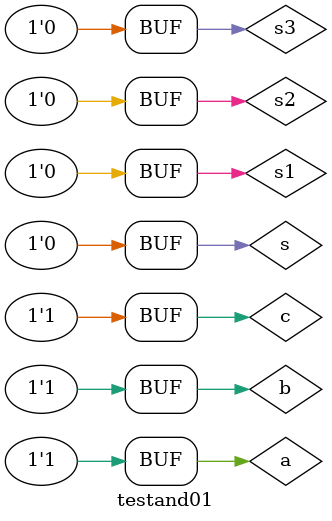
<source format=v>
module and01 ( output s, input a, input b, input c); 
 
endmodule // and 
// --------------------- 
// -- test and01 
// --------------------- 
module testand01; 
// ------------------------- dados locais 

reg a,b,c; // definir registradores 
wire s; // definir conexao (fio)
 
// ------------------------- instancia 
not NOT01(s1,a);
not NOT02(s2,b);
not NOT03(s3,c);
or OR01(s,s1,s2,s3);

initial begin:start
a=0; b=0; c=0; 
end

initial begin:main

$display("Exercicio04 - Jorge Luis dos Santos Leal - 417466"); 
$display("Test AND com 3 entradas"); 
$display("\na & b & c = s\n"); 
$monitor("%b ^ %b & %b = %b", a, b, c, s);

#1 a=0 ; b=0 ; c=1;
#1 a=0 ; b=1 ; c=0;
#1 a=0 ; b=1 ; c=1;
#1 a=1 ; b=0 ; c=0;
#1 a=1 ; b=0 ; c=1;
#1 a=1 ; b=1 ; c=0;
#1 a=1 ; b=1 ; c=1;
end 
endmodule // testand01 



</source>
